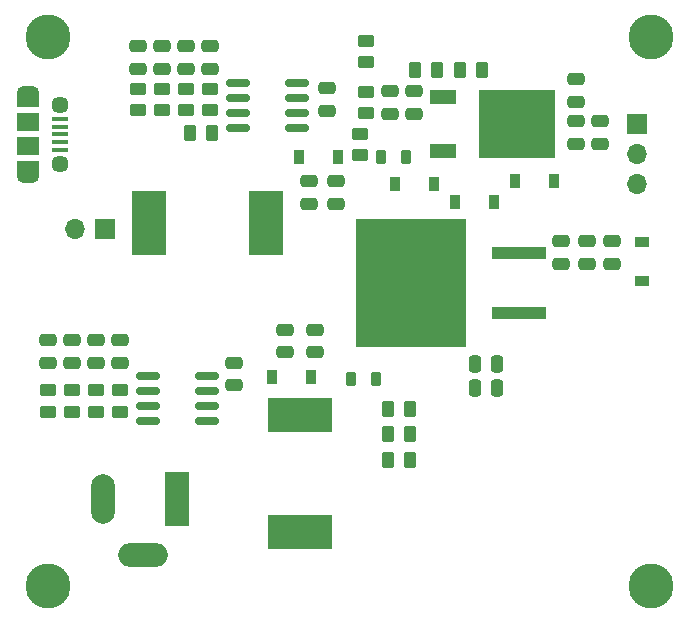
<source format=gbr>
%TF.GenerationSoftware,KiCad,Pcbnew,(6.0.2)*%
%TF.CreationDate,2022-12-20T22:03:32-08:00*%
%TF.ProjectId,split_supply_generator,73706c69-745f-4737-9570-706c795f6765,rev?*%
%TF.SameCoordinates,Original*%
%TF.FileFunction,Soldermask,Top*%
%TF.FilePolarity,Negative*%
%FSLAX46Y46*%
G04 Gerber Fmt 4.6, Leading zero omitted, Abs format (unit mm)*
G04 Created by KiCad (PCBNEW (6.0.2)) date 2022-12-20 22:03:32*
%MOMM*%
%LPD*%
G01*
G04 APERTURE LIST*
G04 Aperture macros list*
%AMRoundRect*
0 Rectangle with rounded corners*
0 $1 Rounding radius*
0 $2 $3 $4 $5 $6 $7 $8 $9 X,Y pos of 4 corners*
0 Add a 4 corners polygon primitive as box body*
4,1,4,$2,$3,$4,$5,$6,$7,$8,$9,$2,$3,0*
0 Add four circle primitives for the rounded corners*
1,1,$1+$1,$2,$3*
1,1,$1+$1,$4,$5*
1,1,$1+$1,$6,$7*
1,1,$1+$1,$8,$9*
0 Add four rect primitives between the rounded corners*
20,1,$1+$1,$2,$3,$4,$5,0*
20,1,$1+$1,$4,$5,$6,$7,0*
20,1,$1+$1,$6,$7,$8,$9,0*
20,1,$1+$1,$8,$9,$2,$3,0*%
G04 Aperture macros list end*
%ADD10RoundRect,0.250000X-0.475000X0.250000X-0.475000X-0.250000X0.475000X-0.250000X0.475000X0.250000X0*%
%ADD11RoundRect,0.250000X0.475000X-0.250000X0.475000X0.250000X-0.475000X0.250000X-0.475000X-0.250000X0*%
%ADD12R,0.900000X1.200000*%
%ADD13RoundRect,0.250000X-0.450000X0.262500X-0.450000X-0.262500X0.450000X-0.262500X0.450000X0.262500X0*%
%ADD14R,5.400000X2.900000*%
%ADD15R,1.700000X1.700000*%
%ADD16O,1.700000X1.700000*%
%ADD17RoundRect,0.218750X-0.218750X-0.381250X0.218750X-0.381250X0.218750X0.381250X-0.218750X0.381250X0*%
%ADD18RoundRect,0.250000X-0.262500X-0.450000X0.262500X-0.450000X0.262500X0.450000X-0.262500X0.450000X0*%
%ADD19RoundRect,0.150000X0.825000X0.150000X-0.825000X0.150000X-0.825000X-0.150000X0.825000X-0.150000X0*%
%ADD20RoundRect,0.250000X0.250000X0.475000X-0.250000X0.475000X-0.250000X-0.475000X0.250000X-0.475000X0*%
%ADD21C,3.800000*%
%ADD22RoundRect,0.250000X0.262500X0.450000X-0.262500X0.450000X-0.262500X-0.450000X0.262500X-0.450000X0*%
%ADD23R,1.200000X0.900000*%
%ADD24R,1.350000X0.400000*%
%ADD25R,1.900000X1.200000*%
%ADD26R,1.900000X1.500000*%
%ADD27C,1.450000*%
%ADD28O,1.900000X1.200000*%
%ADD29R,2.900000X5.400000*%
%ADD30R,2.000000X4.600000*%
%ADD31O,2.000000X4.200000*%
%ADD32O,4.200000X2.000000*%
%ADD33RoundRect,0.250000X-0.250000X-0.475000X0.250000X-0.475000X0.250000X0.475000X-0.250000X0.475000X0*%
%ADD34R,2.200000X1.200000*%
%ADD35R,6.400000X5.800000*%
%ADD36R,4.600000X1.100000*%
%ADD37R,9.400000X10.800000*%
G04 APERTURE END LIST*
D10*
%TO.C,C22*%
X113538000Y-86043500D03*
X113538000Y-87943500D03*
%TD*%
D11*
%TO.C,C8*%
X122428000Y-67752000D03*
X122428000Y-65852000D03*
%TD*%
D12*
%TO.C,D2*%
X117982000Y-71374000D03*
X114682000Y-71374000D03*
%TD*%
D13*
%TO.C,R9*%
X120396000Y-67714500D03*
X120396000Y-65889500D03*
%TD*%
D12*
%TO.C,D3*%
X126110000Y-73660000D03*
X122810000Y-73660000D03*
%TD*%
%TO.C,D5*%
X112396000Y-90041500D03*
X115696000Y-90041500D03*
%TD*%
D10*
%TO.C,C2*%
X105156000Y-62042000D03*
X105156000Y-63942000D03*
%TD*%
%TO.C,C20*%
X95504000Y-86934000D03*
X95504000Y-88834000D03*
%TD*%
%TO.C,C18*%
X99568000Y-86934000D03*
X99568000Y-88834000D03*
%TD*%
D13*
%TO.C,R12*%
X97536000Y-91161000D03*
X97536000Y-92986000D03*
%TD*%
%TO.C,R2*%
X105156000Y-65635500D03*
X105156000Y-67460500D03*
%TD*%
D14*
%TO.C,L2*%
X114808000Y-93218000D03*
X114808000Y-103118000D03*
%TD*%
D11*
%TO.C,C9*%
X140208000Y-70292000D03*
X140208000Y-68392000D03*
%TD*%
D15*
%TO.C,J2*%
X143281000Y-68595000D03*
D16*
X143281000Y-71135000D03*
X143281000Y-73675000D03*
%TD*%
D13*
%TO.C,R13*%
X95504000Y-91161000D03*
X95504000Y-92986000D03*
%TD*%
%TO.C,R6*%
X119888000Y-69445500D03*
X119888000Y-71270500D03*
%TD*%
D15*
%TO.C,J4*%
X98298000Y-77470000D03*
D16*
X95758000Y-77470000D03*
%TD*%
D17*
%TO.C,FB2*%
X119079500Y-90170000D03*
X121204500Y-90170000D03*
%TD*%
D13*
%TO.C,R10*%
X120396000Y-61571500D03*
X120396000Y-63396500D03*
%TD*%
D18*
%TO.C,R7*%
X128373500Y-64008000D03*
X130198500Y-64008000D03*
%TD*%
D12*
%TO.C,D1*%
X132970000Y-73406000D03*
X136270000Y-73406000D03*
%TD*%
D17*
%TO.C,FB1*%
X121619500Y-71374000D03*
X123744500Y-71374000D03*
%TD*%
D10*
%TO.C,C7*%
X124460000Y-65852000D03*
X124460000Y-67752000D03*
%TD*%
D19*
%TO.C,U3*%
X106869000Y-93724500D03*
X106869000Y-92454500D03*
X106869000Y-91184500D03*
X106869000Y-89914500D03*
X101919000Y-89914500D03*
X101919000Y-91184500D03*
X101919000Y-92454500D03*
X101919000Y-93724500D03*
%TD*%
D13*
%TO.C,R1*%
X107188000Y-65635500D03*
X107188000Y-67460500D03*
%TD*%
D20*
%TO.C,C14*%
X131506000Y-90932000D03*
X129606000Y-90932000D03*
%TD*%
D21*
%TO.C,H3*%
X93472000Y-107696000D03*
%TD*%
D19*
%TO.C,U1*%
X114489000Y-68961000D03*
X114489000Y-67691000D03*
X114489000Y-66421000D03*
X114489000Y-65151000D03*
X109539000Y-65151000D03*
X109539000Y-66421000D03*
X109539000Y-67691000D03*
X109539000Y-68961000D03*
%TD*%
D11*
%TO.C,C5*%
X117856000Y-75372000D03*
X117856000Y-73472000D03*
%TD*%
D13*
%TO.C,R11*%
X99568000Y-91161000D03*
X99568000Y-92986000D03*
%TD*%
D22*
%TO.C,R5*%
X107338500Y-69342000D03*
X105513500Y-69342000D03*
%TD*%
D10*
%TO.C,C10*%
X138176000Y-64836000D03*
X138176000Y-66736000D03*
%TD*%
D21*
%TO.C,H1*%
X144526000Y-61214000D03*
%TD*%
D12*
%TO.C,D6*%
X131190000Y-75184000D03*
X127890000Y-75184000D03*
%TD*%
D18*
%TO.C,R8*%
X124563500Y-64008000D03*
X126388500Y-64008000D03*
%TD*%
%TO.C,R15*%
X122277500Y-92710000D03*
X124102500Y-92710000D03*
%TD*%
D22*
%TO.C,R17*%
X124102500Y-97028000D03*
X122277500Y-97028000D03*
%TD*%
D10*
%TO.C,C1*%
X107188000Y-62042000D03*
X107188000Y-63942000D03*
%TD*%
D23*
%TO.C,D4*%
X143764000Y-81914000D03*
X143764000Y-78614000D03*
%TD*%
D10*
%TO.C,C23*%
X116078000Y-86043500D03*
X116078000Y-87943500D03*
%TD*%
D24*
%TO.C,J3*%
X94426500Y-68169000D03*
X94426500Y-68819000D03*
X94426500Y-69469000D03*
X94426500Y-70119000D03*
X94426500Y-70769000D03*
D25*
X91726500Y-72369000D03*
D26*
X91726500Y-68469000D03*
D27*
X94426500Y-66969000D03*
D28*
X91726500Y-72969000D03*
X91726500Y-65969000D03*
D26*
X91726500Y-70469000D03*
D25*
X91726500Y-66569000D03*
D27*
X94426500Y-71969000D03*
%TD*%
D13*
%TO.C,R3*%
X103124000Y-65635500D03*
X103124000Y-67460500D03*
%TD*%
D10*
%TO.C,C21*%
X93472000Y-86934000D03*
X93472000Y-88834000D03*
%TD*%
%TO.C,C24*%
X109220000Y-88837500D03*
X109220000Y-90737500D03*
%TD*%
D29*
%TO.C,L1*%
X101982500Y-76962000D03*
X111882500Y-76962000D03*
%TD*%
D21*
%TO.C,H4*%
X144526000Y-107696000D03*
%TD*%
D13*
%TO.C,R4*%
X101092000Y-65635500D03*
X101092000Y-67460500D03*
%TD*%
D10*
%TO.C,C12*%
X117094000Y-65598000D03*
X117094000Y-67498000D03*
%TD*%
D30*
%TO.C,J1*%
X104394000Y-100315000D03*
D31*
X98094000Y-100315000D03*
D32*
X101494000Y-105115000D03*
%TD*%
D10*
%TO.C,C3*%
X103124000Y-62042000D03*
X103124000Y-63942000D03*
%TD*%
D11*
%TO.C,C15*%
X136906000Y-80452000D03*
X136906000Y-78552000D03*
%TD*%
D22*
%TO.C,R16*%
X124102500Y-94869000D03*
X122277500Y-94869000D03*
%TD*%
D11*
%TO.C,C17*%
X141224000Y-80452000D03*
X141224000Y-78552000D03*
%TD*%
%TO.C,C6*%
X115570000Y-75372000D03*
X115570000Y-73472000D03*
%TD*%
D33*
%TO.C,C13*%
X129606000Y-88900000D03*
X131506000Y-88900000D03*
%TD*%
D10*
%TO.C,C19*%
X97536000Y-86934000D03*
X97536000Y-88834000D03*
%TD*%
%TO.C,C4*%
X101092000Y-62042000D03*
X101092000Y-63942000D03*
%TD*%
D34*
%TO.C,U2*%
X126864000Y-66300000D03*
D35*
X133164000Y-68580000D03*
D34*
X126864000Y-70860000D03*
%TD*%
D21*
%TO.C,H2*%
X93472000Y-61214000D03*
%TD*%
D11*
%TO.C,C11*%
X138176000Y-70292000D03*
X138176000Y-68392000D03*
%TD*%
D36*
%TO.C,U4*%
X133356000Y-84582000D03*
D37*
X124206000Y-82042000D03*
D36*
X133356000Y-79502000D03*
%TD*%
D11*
%TO.C,C16*%
X139065000Y-80452000D03*
X139065000Y-78552000D03*
%TD*%
D13*
%TO.C,R14*%
X93472000Y-91161000D03*
X93472000Y-92986000D03*
%TD*%
M02*

</source>
